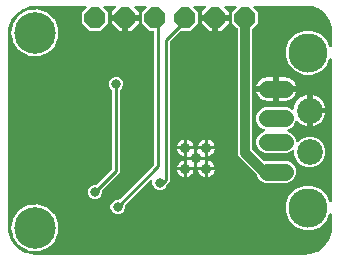
<source format=gbr>
G04 EAGLE Gerber RS-274X export*
G75*
%MOMM*%
%FSLAX34Y34*%
%LPD*%
%INBottom Copper*%
%IPPOS*%
%AMOC8*
5,1,8,0,0,1.08239X$1,22.5*%
G01*
%ADD10C,0.908000*%
%ADD11C,3.516000*%
%ADD12C,2.184400*%
%ADD13C,1.458000*%
%ADD14C,3.316000*%
%ADD15P,1.924489X8X112.500000*%
%ADD16C,0.800100*%
%ADD17C,0.254000*%
%ADD18C,0.812800*%

G36*
X254022Y2543D02*
X254022Y2543D01*
X254100Y2545D01*
X257477Y2810D01*
X257545Y2824D01*
X257614Y2829D01*
X257770Y2869D01*
X264194Y4956D01*
X264301Y5006D01*
X264412Y5050D01*
X264463Y5083D01*
X264482Y5091D01*
X264497Y5104D01*
X264548Y5136D01*
X270012Y9107D01*
X270099Y9188D01*
X270146Y9227D01*
X270152Y9231D01*
X270153Y9232D01*
X270191Y9264D01*
X270229Y9310D01*
X270244Y9324D01*
X270255Y9342D01*
X270293Y9388D01*
X274264Y14852D01*
X274321Y14956D01*
X274385Y15056D01*
X274407Y15113D01*
X274417Y15131D01*
X274422Y15151D01*
X274444Y15206D01*
X276531Y21630D01*
X276544Y21698D01*
X276567Y21764D01*
X276590Y21923D01*
X276855Y25300D01*
X276855Y25304D01*
X276856Y25307D01*
X276855Y25326D01*
X276859Y25400D01*
X276859Y36287D01*
X276851Y36356D01*
X276852Y36426D01*
X276831Y36513D01*
X276819Y36602D01*
X276794Y36667D01*
X276777Y36735D01*
X276735Y36814D01*
X276702Y36898D01*
X276661Y36954D01*
X276629Y37016D01*
X276568Y37083D01*
X276516Y37155D01*
X276462Y37200D01*
X276415Y37251D01*
X276340Y37301D01*
X276271Y37358D01*
X276207Y37388D01*
X276149Y37426D01*
X276064Y37455D01*
X275983Y37494D01*
X275914Y37507D01*
X275848Y37529D01*
X275759Y37537D01*
X275671Y37553D01*
X275601Y37549D01*
X275531Y37555D01*
X275443Y37539D01*
X275353Y37534D01*
X275287Y37512D01*
X275218Y37500D01*
X275136Y37463D01*
X275051Y37436D01*
X274992Y37398D01*
X274928Y37370D01*
X274858Y37314D01*
X274782Y37265D01*
X274734Y37215D01*
X274680Y37171D01*
X274625Y37099D01*
X274564Y37034D01*
X274530Y36973D01*
X274488Y36917D01*
X274417Y36772D01*
X272319Y31707D01*
X267083Y26471D01*
X260242Y23637D01*
X252838Y23637D01*
X245997Y26471D01*
X240761Y31707D01*
X237927Y38548D01*
X237927Y45952D01*
X240761Y52793D01*
X245997Y58029D01*
X252838Y60863D01*
X260242Y60863D01*
X267083Y58029D01*
X272319Y52793D01*
X274417Y47728D01*
X274428Y47709D01*
X274433Y47694D01*
X274455Y47659D01*
X274478Y47602D01*
X274530Y47529D01*
X274575Y47451D01*
X274623Y47401D01*
X274664Y47345D01*
X274734Y47287D01*
X274796Y47223D01*
X274856Y47186D01*
X274909Y47142D01*
X274991Y47104D01*
X275067Y47057D01*
X275134Y47036D01*
X275197Y47006D01*
X275285Y46989D01*
X275371Y46963D01*
X275441Y46960D01*
X275510Y46947D01*
X275599Y46952D01*
X275689Y46948D01*
X275757Y46962D01*
X275827Y46966D01*
X275912Y46994D01*
X276000Y47012D01*
X276063Y47043D01*
X276129Y47064D01*
X276205Y47112D01*
X276286Y47152D01*
X276339Y47197D01*
X276398Y47235D01*
X276460Y47300D01*
X276528Y47358D01*
X276568Y47415D01*
X276616Y47466D01*
X276659Y47545D01*
X276711Y47618D01*
X276736Y47684D01*
X276770Y47745D01*
X276791Y47829D01*
X276797Y47841D01*
X276798Y47848D01*
X276824Y47916D01*
X276832Y47985D01*
X276849Y48053D01*
X276855Y48143D01*
X276857Y48153D01*
X276856Y48163D01*
X276859Y48213D01*
X276859Y167687D01*
X276851Y167756D01*
X276852Y167826D01*
X276831Y167913D01*
X276819Y168002D01*
X276794Y168067D01*
X276777Y168135D01*
X276735Y168214D01*
X276702Y168298D01*
X276661Y168354D01*
X276629Y168416D01*
X276568Y168483D01*
X276516Y168555D01*
X276462Y168600D01*
X276415Y168651D01*
X276340Y168701D01*
X276271Y168758D01*
X276207Y168788D01*
X276149Y168826D01*
X276064Y168855D01*
X275983Y168894D01*
X275914Y168907D01*
X275848Y168929D01*
X275759Y168937D01*
X275671Y168953D01*
X275601Y168949D01*
X275531Y168955D01*
X275443Y168939D01*
X275353Y168934D01*
X275287Y168912D01*
X275218Y168900D01*
X275136Y168863D01*
X275051Y168836D01*
X274992Y168798D01*
X274928Y168770D01*
X274858Y168714D01*
X274782Y168665D01*
X274734Y168615D01*
X274680Y168571D01*
X274625Y168499D01*
X274564Y168434D01*
X274530Y168373D01*
X274488Y168317D01*
X274417Y168172D01*
X272319Y163107D01*
X267083Y157871D01*
X260242Y155037D01*
X252838Y155037D01*
X245997Y157871D01*
X240761Y163107D01*
X237927Y169948D01*
X237927Y177352D01*
X240761Y184193D01*
X245997Y189429D01*
X252838Y192263D01*
X260242Y192263D01*
X267083Y189429D01*
X272319Y184193D01*
X274417Y179128D01*
X274452Y179067D01*
X274478Y179002D01*
X274530Y178929D01*
X274575Y178851D01*
X274623Y178801D01*
X274664Y178745D01*
X274734Y178687D01*
X274796Y178623D01*
X274856Y178586D01*
X274909Y178542D01*
X274991Y178504D01*
X275067Y178457D01*
X275134Y178436D01*
X275197Y178406D01*
X275285Y178389D01*
X275371Y178363D01*
X275441Y178360D01*
X275510Y178347D01*
X275599Y178352D01*
X275689Y178348D01*
X275757Y178362D01*
X275827Y178366D01*
X275912Y178394D01*
X276000Y178412D01*
X276063Y178443D01*
X276129Y178464D01*
X276205Y178512D01*
X276286Y178552D01*
X276339Y178597D01*
X276398Y178635D01*
X276460Y178700D01*
X276528Y178758D01*
X276568Y178815D01*
X276616Y178866D01*
X276659Y178945D01*
X276711Y179018D01*
X276736Y179084D01*
X276770Y179145D01*
X276792Y179231D01*
X276824Y179316D01*
X276832Y179385D01*
X276849Y179453D01*
X276859Y179613D01*
X276859Y189100D01*
X276853Y189147D01*
X276856Y189195D01*
X276833Y189304D01*
X276819Y189415D01*
X276802Y189460D01*
X276792Y189507D01*
X276774Y189545D01*
X276855Y190552D01*
X276854Y190573D01*
X276859Y190654D01*
X276859Y191911D01*
X276864Y191930D01*
X276871Y192034D01*
X276874Y192053D01*
X276873Y192065D01*
X276875Y192091D01*
X276879Y193906D01*
X276871Y193975D01*
X276872Y194044D01*
X276845Y194202D01*
X275416Y200218D01*
X275374Y200329D01*
X275339Y200443D01*
X275311Y200496D01*
X275304Y200516D01*
X275292Y200532D01*
X275264Y200585D01*
X272046Y205865D01*
X271972Y205957D01*
X271904Y206055D01*
X271861Y206097D01*
X271848Y206113D01*
X271832Y206125D01*
X271789Y206167D01*
X267097Y210194D01*
X266998Y210259D01*
X266903Y210331D01*
X266849Y210358D01*
X266832Y210369D01*
X266812Y210376D01*
X266759Y210402D01*
X261052Y212782D01*
X260986Y212800D01*
X260922Y212828D01*
X260765Y212863D01*
X257781Y213343D01*
X257760Y213344D01*
X257740Y213349D01*
X257580Y213359D01*
X211552Y213359D01*
X211414Y213342D01*
X211276Y213329D01*
X211257Y213322D01*
X211236Y213319D01*
X211107Y213268D01*
X210976Y213221D01*
X210960Y213210D01*
X210941Y213202D01*
X210828Y213121D01*
X210713Y213043D01*
X210700Y213027D01*
X210683Y213016D01*
X210595Y212908D01*
X210503Y212804D01*
X210494Y212786D01*
X210481Y212771D01*
X210421Y212644D01*
X210358Y212521D01*
X210354Y212501D01*
X210345Y212483D01*
X210319Y212347D01*
X210289Y212211D01*
X210289Y212190D01*
X210285Y212171D01*
X210294Y212032D01*
X210298Y211893D01*
X210304Y211873D01*
X210305Y211853D01*
X210348Y211721D01*
X210387Y211587D01*
X210397Y211570D01*
X210403Y211551D01*
X210478Y211433D01*
X210548Y211313D01*
X210567Y211292D01*
X210573Y211282D01*
X210588Y211268D01*
X210655Y211193D01*
X214123Y207724D01*
X214123Y198676D01*
X209668Y194221D01*
X209608Y194143D01*
X209540Y194071D01*
X209511Y194018D01*
X209474Y193970D01*
X209434Y193879D01*
X209386Y193793D01*
X209371Y193734D01*
X209347Y193678D01*
X209332Y193580D01*
X209307Y193485D01*
X209301Y193385D01*
X209297Y193364D01*
X209299Y193352D01*
X209297Y193324D01*
X209297Y91951D01*
X209309Y91853D01*
X209312Y91754D01*
X209329Y91696D01*
X209337Y91636D01*
X209373Y91543D01*
X209401Y91448D01*
X209431Y91396D01*
X209454Y91340D01*
X209512Y91260D01*
X209562Y91174D01*
X209628Y91099D01*
X209640Y91083D01*
X209650Y91075D01*
X209668Y91054D01*
X218390Y82332D01*
X218414Y82314D01*
X218433Y82291D01*
X218539Y82216D01*
X218642Y82137D01*
X218669Y82125D01*
X218693Y82108D01*
X218814Y82062D01*
X218934Y82010D01*
X218963Y82006D01*
X218990Y81995D01*
X219119Y81981D01*
X219248Y81961D01*
X219277Y81963D01*
X219306Y81960D01*
X219435Y81978D01*
X219564Y81990D01*
X219592Y82000D01*
X219621Y82004D01*
X219774Y82057D01*
X220296Y82273D01*
X238584Y82273D01*
X242011Y80853D01*
X244633Y78231D01*
X246053Y74804D01*
X246053Y71096D01*
X244633Y67669D01*
X242011Y65047D01*
X238584Y63627D01*
X220296Y63627D01*
X216869Y65047D01*
X214247Y67669D01*
X213239Y70103D01*
X213234Y70111D01*
X213231Y70120D01*
X213155Y70249D01*
X213081Y70379D01*
X213075Y70386D01*
X213070Y70394D01*
X212963Y70515D01*
X198031Y85446D01*
X197103Y87687D01*
X197103Y193324D01*
X197091Y193422D01*
X197088Y193521D01*
X197071Y193579D01*
X197063Y193639D01*
X197027Y193732D01*
X196999Y193827D01*
X196969Y193879D01*
X196946Y193935D01*
X196888Y194015D01*
X196838Y194101D01*
X196772Y194176D01*
X196760Y194192D01*
X196750Y194200D01*
X196732Y194221D01*
X192277Y198676D01*
X192277Y207724D01*
X195745Y211193D01*
X195831Y211302D01*
X195919Y211409D01*
X195928Y211428D01*
X195940Y211444D01*
X195996Y211572D01*
X196055Y211697D01*
X196059Y211717D01*
X196067Y211736D01*
X196089Y211874D01*
X196115Y212010D01*
X196113Y212030D01*
X196117Y212050D01*
X196104Y212189D01*
X196095Y212327D01*
X196089Y212346D01*
X196087Y212366D01*
X196040Y212498D01*
X195997Y212629D01*
X195986Y212647D01*
X195979Y212666D01*
X195901Y212781D01*
X195827Y212898D01*
X195812Y212912D01*
X195801Y212929D01*
X195696Y213021D01*
X195595Y213116D01*
X195577Y213126D01*
X195562Y213139D01*
X195438Y213203D01*
X195317Y213270D01*
X195297Y213275D01*
X195279Y213284D01*
X195143Y213314D01*
X195009Y213349D01*
X194981Y213351D01*
X194969Y213354D01*
X194948Y213353D01*
X194848Y213359D01*
X186870Y213359D01*
X186733Y213342D01*
X186594Y213329D01*
X186575Y213322D01*
X186555Y213319D01*
X186426Y213268D01*
X186295Y213221D01*
X186278Y213210D01*
X186259Y213202D01*
X186147Y213121D01*
X186032Y213043D01*
X186018Y213027D01*
X186002Y213016D01*
X185913Y212908D01*
X185821Y212804D01*
X185812Y212786D01*
X185799Y212771D01*
X185740Y212644D01*
X185677Y212521D01*
X185672Y212501D01*
X185664Y212483D01*
X185637Y212347D01*
X185607Y212211D01*
X185608Y212190D01*
X185604Y212171D01*
X185612Y212032D01*
X185617Y211893D01*
X185622Y211873D01*
X185623Y211853D01*
X185666Y211721D01*
X185705Y211587D01*
X185715Y211570D01*
X185722Y211551D01*
X185796Y211433D01*
X185867Y211313D01*
X185885Y211292D01*
X185892Y211282D01*
X185907Y211268D01*
X185973Y211193D01*
X189231Y207935D01*
X189231Y205739D01*
X179070Y205739D01*
X178952Y205724D01*
X178833Y205717D01*
X178795Y205704D01*
X178755Y205699D01*
X178644Y205656D01*
X178531Y205619D01*
X178497Y205597D01*
X178459Y205582D01*
X178363Y205512D01*
X178262Y205449D01*
X178234Y205419D01*
X178202Y205395D01*
X178126Y205304D01*
X178044Y205217D01*
X178025Y205182D01*
X177999Y205151D01*
X177948Y205043D01*
X177891Y204939D01*
X177880Y204899D01*
X177863Y204863D01*
X177841Y204746D01*
X177811Y204631D01*
X177807Y204570D01*
X177803Y204550D01*
X177805Y204530D01*
X177801Y204470D01*
X177801Y203199D01*
X177799Y203199D01*
X177799Y204470D01*
X177784Y204588D01*
X177777Y204707D01*
X177764Y204745D01*
X177759Y204785D01*
X177715Y204896D01*
X177679Y205009D01*
X177657Y205044D01*
X177642Y205081D01*
X177572Y205177D01*
X177509Y205278D01*
X177479Y205306D01*
X177455Y205339D01*
X177364Y205414D01*
X177277Y205496D01*
X177242Y205516D01*
X177210Y205541D01*
X177103Y205592D01*
X176998Y205650D01*
X176959Y205660D01*
X176923Y205677D01*
X176806Y205699D01*
X176691Y205729D01*
X176630Y205733D01*
X176610Y205737D01*
X176590Y205735D01*
X176530Y205739D01*
X166369Y205739D01*
X166369Y207935D01*
X169627Y211193D01*
X169712Y211302D01*
X169801Y211409D01*
X169810Y211428D01*
X169822Y211444D01*
X169877Y211572D01*
X169936Y211697D01*
X169940Y211717D01*
X169948Y211736D01*
X169970Y211874D01*
X169996Y212010D01*
X169995Y212030D01*
X169998Y212050D01*
X169985Y212189D01*
X169977Y212327D01*
X169970Y212346D01*
X169968Y212366D01*
X169921Y212498D01*
X169878Y212629D01*
X169868Y212647D01*
X169861Y212666D01*
X169783Y212781D01*
X169708Y212898D01*
X169694Y212912D01*
X169682Y212929D01*
X169578Y213021D01*
X169477Y213116D01*
X169459Y213126D01*
X169444Y213139D01*
X169320Y213203D01*
X169198Y213270D01*
X169179Y213275D01*
X169161Y213284D01*
X169025Y213314D01*
X168890Y213349D01*
X168862Y213351D01*
X168850Y213354D01*
X168830Y213353D01*
X168730Y213359D01*
X160752Y213359D01*
X160614Y213342D01*
X160476Y213329D01*
X160457Y213322D01*
X160436Y213319D01*
X160307Y213268D01*
X160176Y213221D01*
X160160Y213210D01*
X160141Y213202D01*
X160028Y213121D01*
X159913Y213043D01*
X159900Y213027D01*
X159883Y213016D01*
X159795Y212908D01*
X159703Y212804D01*
X159694Y212786D01*
X159681Y212771D01*
X159621Y212644D01*
X159558Y212521D01*
X159554Y212501D01*
X159545Y212483D01*
X159519Y212347D01*
X159489Y212211D01*
X159489Y212190D01*
X159485Y212171D01*
X159494Y212032D01*
X159498Y211893D01*
X159504Y211873D01*
X159505Y211853D01*
X159548Y211721D01*
X159587Y211587D01*
X159597Y211570D01*
X159603Y211551D01*
X159678Y211433D01*
X159748Y211313D01*
X159767Y211292D01*
X159773Y211282D01*
X159788Y211268D01*
X159855Y211193D01*
X163323Y207724D01*
X163323Y198676D01*
X156924Y192277D01*
X149214Y192277D01*
X149116Y192265D01*
X149017Y192262D01*
X148958Y192245D01*
X148898Y192237D01*
X148806Y192201D01*
X148711Y192173D01*
X148659Y192143D01*
X148603Y192120D01*
X148523Y192062D01*
X148437Y192012D01*
X148362Y191946D01*
X148345Y191934D01*
X148337Y191924D01*
X148316Y191906D01*
X139564Y183154D01*
X139504Y183075D01*
X139436Y183003D01*
X139407Y182950D01*
X139370Y182902D01*
X139330Y182811D01*
X139282Y182725D01*
X139267Y182666D01*
X139243Y182611D01*
X139228Y182513D01*
X139203Y182417D01*
X139197Y182317D01*
X139193Y182296D01*
X139195Y182284D01*
X139193Y182256D01*
X139193Y64672D01*
X137038Y62517D01*
X137032Y62510D01*
X137025Y62504D01*
X136935Y62384D01*
X136843Y62266D01*
X136839Y62257D01*
X136833Y62250D01*
X136763Y62105D01*
X135925Y60082D01*
X134228Y58385D01*
X132010Y57467D01*
X129610Y57467D01*
X127392Y58385D01*
X125695Y60082D01*
X124777Y62300D01*
X124777Y64803D01*
X124778Y64805D01*
X124779Y64876D01*
X124790Y64945D01*
X124781Y65034D01*
X124783Y65123D01*
X124767Y65192D01*
X124760Y65262D01*
X124730Y65346D01*
X124709Y65433D01*
X124676Y65495D01*
X124652Y65561D01*
X124602Y65635D01*
X124560Y65714D01*
X124513Y65766D01*
X124474Y65824D01*
X124407Y65883D01*
X124347Y65949D01*
X124288Y65988D01*
X124235Y66035D01*
X124156Y66075D01*
X124081Y66124D01*
X124015Y66147D01*
X123952Y66179D01*
X123865Y66199D01*
X123780Y66228D01*
X123710Y66233D01*
X123642Y66249D01*
X123552Y66246D01*
X123463Y66253D01*
X123394Y66241D01*
X123324Y66239D01*
X123238Y66214D01*
X123150Y66199D01*
X123086Y66170D01*
X123018Y66151D01*
X122941Y66105D01*
X122860Y66069D01*
X122805Y66025D01*
X122744Y65989D01*
X122624Y65883D01*
X101655Y44914D01*
X101594Y44836D01*
X101526Y44764D01*
X101497Y44711D01*
X101460Y44663D01*
X101421Y44572D01*
X101373Y44485D01*
X101358Y44427D01*
X101334Y44371D01*
X101318Y44273D01*
X101293Y44177D01*
X101287Y44077D01*
X101284Y44057D01*
X101285Y44045D01*
X101283Y44017D01*
X101283Y41980D01*
X100365Y39762D01*
X98668Y38065D01*
X96450Y37147D01*
X94050Y37147D01*
X91832Y38065D01*
X90135Y39762D01*
X89217Y41980D01*
X89217Y44380D01*
X90135Y46598D01*
X91832Y48295D01*
X94050Y49213D01*
X96087Y49213D01*
X96185Y49226D01*
X96284Y49229D01*
X96342Y49245D01*
X96402Y49253D01*
X96494Y49290D01*
X96589Y49317D01*
X96642Y49348D01*
X96698Y49370D01*
X96778Y49428D01*
X96863Y49479D01*
X96939Y49545D01*
X96955Y49557D01*
X96963Y49566D01*
X96984Y49585D01*
X125866Y78466D01*
X125926Y78545D01*
X125994Y78617D01*
X126023Y78670D01*
X126060Y78718D01*
X126100Y78809D01*
X126148Y78895D01*
X126163Y78954D01*
X126187Y79009D01*
X126202Y79107D01*
X126227Y79203D01*
X126233Y79303D01*
X126237Y79324D01*
X126235Y79336D01*
X126237Y79364D01*
X126237Y191008D01*
X126222Y191126D01*
X126215Y191245D01*
X126202Y191283D01*
X126197Y191324D01*
X126154Y191434D01*
X126117Y191547D01*
X126095Y191582D01*
X126080Y191619D01*
X126011Y191715D01*
X125947Y191816D01*
X125917Y191844D01*
X125894Y191877D01*
X125802Y191953D01*
X125715Y192034D01*
X125680Y192054D01*
X125649Y192079D01*
X125541Y192130D01*
X125437Y192188D01*
X125397Y192198D01*
X125361Y192215D01*
X125244Y192237D01*
X125129Y192267D01*
X125069Y192271D01*
X125049Y192275D01*
X125028Y192273D01*
X124968Y192277D01*
X122476Y192277D01*
X116077Y198676D01*
X116077Y207724D01*
X119545Y211193D01*
X119631Y211302D01*
X119719Y211409D01*
X119728Y211428D01*
X119740Y211444D01*
X119796Y211572D01*
X119855Y211697D01*
X119859Y211717D01*
X119867Y211736D01*
X119889Y211874D01*
X119915Y212010D01*
X119913Y212030D01*
X119917Y212050D01*
X119904Y212189D01*
X119895Y212327D01*
X119889Y212346D01*
X119887Y212366D01*
X119840Y212498D01*
X119797Y212629D01*
X119786Y212647D01*
X119779Y212666D01*
X119701Y212781D01*
X119627Y212898D01*
X119612Y212912D01*
X119601Y212929D01*
X119496Y213021D01*
X119395Y213116D01*
X119377Y213126D01*
X119362Y213139D01*
X119238Y213203D01*
X119117Y213270D01*
X119097Y213275D01*
X119079Y213284D01*
X118943Y213314D01*
X118809Y213349D01*
X118781Y213351D01*
X118769Y213354D01*
X118748Y213353D01*
X118648Y213359D01*
X110670Y213359D01*
X110533Y213342D01*
X110394Y213329D01*
X110375Y213322D01*
X110355Y213319D01*
X110226Y213268D01*
X110095Y213221D01*
X110078Y213210D01*
X110059Y213202D01*
X109947Y213121D01*
X109832Y213043D01*
X109818Y213027D01*
X109802Y213016D01*
X109713Y212908D01*
X109621Y212804D01*
X109612Y212786D01*
X109599Y212771D01*
X109540Y212644D01*
X109477Y212521D01*
X109472Y212501D01*
X109464Y212483D01*
X109437Y212347D01*
X109407Y212211D01*
X109408Y212190D01*
X109404Y212171D01*
X109412Y212032D01*
X109417Y211893D01*
X109422Y211873D01*
X109423Y211853D01*
X109466Y211721D01*
X109505Y211587D01*
X109515Y211570D01*
X109522Y211551D01*
X109596Y211433D01*
X109667Y211313D01*
X109685Y211292D01*
X109692Y211282D01*
X109707Y211268D01*
X109773Y211193D01*
X113031Y207935D01*
X113031Y205739D01*
X102870Y205739D01*
X102752Y205724D01*
X102633Y205717D01*
X102595Y205704D01*
X102555Y205699D01*
X102444Y205656D01*
X102331Y205619D01*
X102297Y205597D01*
X102259Y205582D01*
X102163Y205512D01*
X102062Y205449D01*
X102034Y205419D01*
X102002Y205395D01*
X101926Y205304D01*
X101844Y205217D01*
X101825Y205182D01*
X101799Y205151D01*
X101748Y205043D01*
X101691Y204939D01*
X101680Y204899D01*
X101663Y204863D01*
X101641Y204746D01*
X101611Y204631D01*
X101607Y204570D01*
X101603Y204550D01*
X101605Y204530D01*
X101601Y204470D01*
X101601Y203199D01*
X101599Y203199D01*
X101599Y204470D01*
X101584Y204588D01*
X101577Y204707D01*
X101564Y204745D01*
X101559Y204785D01*
X101515Y204896D01*
X101479Y205009D01*
X101457Y205044D01*
X101442Y205081D01*
X101372Y205177D01*
X101309Y205278D01*
X101279Y205306D01*
X101255Y205339D01*
X101164Y205414D01*
X101077Y205496D01*
X101042Y205516D01*
X101010Y205541D01*
X100903Y205592D01*
X100798Y205650D01*
X100759Y205660D01*
X100723Y205677D01*
X100606Y205699D01*
X100491Y205729D01*
X100430Y205733D01*
X100410Y205737D01*
X100390Y205735D01*
X100330Y205739D01*
X90169Y205739D01*
X90169Y207935D01*
X93427Y211193D01*
X93512Y211302D01*
X93601Y211409D01*
X93610Y211428D01*
X93622Y211444D01*
X93677Y211572D01*
X93736Y211697D01*
X93740Y211717D01*
X93748Y211736D01*
X93770Y211874D01*
X93796Y212010D01*
X93795Y212030D01*
X93798Y212050D01*
X93785Y212189D01*
X93777Y212327D01*
X93770Y212346D01*
X93768Y212366D01*
X93721Y212498D01*
X93678Y212629D01*
X93668Y212647D01*
X93661Y212666D01*
X93583Y212781D01*
X93508Y212898D01*
X93494Y212912D01*
X93482Y212929D01*
X93378Y213021D01*
X93277Y213116D01*
X93259Y213126D01*
X93244Y213139D01*
X93120Y213203D01*
X92998Y213270D01*
X92979Y213275D01*
X92961Y213284D01*
X92825Y213314D01*
X92690Y213349D01*
X92662Y213351D01*
X92650Y213354D01*
X92630Y213353D01*
X92530Y213359D01*
X84552Y213359D01*
X84414Y213342D01*
X84276Y213329D01*
X84257Y213322D01*
X84236Y213319D01*
X84107Y213268D01*
X83976Y213221D01*
X83960Y213210D01*
X83941Y213202D01*
X83828Y213121D01*
X83713Y213043D01*
X83700Y213027D01*
X83683Y213016D01*
X83595Y212908D01*
X83503Y212804D01*
X83494Y212786D01*
X83481Y212771D01*
X83421Y212644D01*
X83358Y212521D01*
X83354Y212501D01*
X83345Y212483D01*
X83319Y212347D01*
X83289Y212211D01*
X83289Y212190D01*
X83285Y212171D01*
X83294Y212032D01*
X83298Y211893D01*
X83304Y211873D01*
X83305Y211853D01*
X83348Y211721D01*
X83387Y211587D01*
X83397Y211570D01*
X83403Y211551D01*
X83478Y211433D01*
X83548Y211313D01*
X83567Y211292D01*
X83573Y211282D01*
X83588Y211268D01*
X83655Y211193D01*
X87123Y207724D01*
X87123Y198676D01*
X80724Y192277D01*
X71676Y192277D01*
X65277Y198676D01*
X65277Y207724D01*
X68745Y211193D01*
X68831Y211302D01*
X68919Y211409D01*
X68928Y211428D01*
X68940Y211444D01*
X68996Y211572D01*
X69055Y211697D01*
X69059Y211717D01*
X69067Y211736D01*
X69089Y211874D01*
X69115Y212010D01*
X69113Y212030D01*
X69117Y212050D01*
X69104Y212189D01*
X69095Y212327D01*
X69089Y212346D01*
X69087Y212366D01*
X69040Y212498D01*
X68997Y212629D01*
X68986Y212647D01*
X68979Y212666D01*
X68901Y212781D01*
X68827Y212898D01*
X68812Y212912D01*
X68801Y212929D01*
X68696Y213021D01*
X68595Y213116D01*
X68577Y213126D01*
X68562Y213139D01*
X68438Y213203D01*
X68317Y213270D01*
X68297Y213275D01*
X68279Y213284D01*
X68143Y213314D01*
X68009Y213349D01*
X67981Y213351D01*
X67969Y213354D01*
X67948Y213353D01*
X67848Y213359D01*
X25400Y213359D01*
X25378Y213357D01*
X25300Y213355D01*
X21923Y213090D01*
X21855Y213076D01*
X21786Y213071D01*
X21630Y213031D01*
X18892Y212141D01*
X18867Y212130D01*
X18841Y212124D01*
X18724Y212063D01*
X18604Y212006D01*
X18583Y211989D01*
X18560Y211977D01*
X18462Y211889D01*
X18445Y211888D01*
X18418Y211893D01*
X18286Y211885D01*
X18153Y211883D01*
X18127Y211875D01*
X18101Y211874D01*
X17945Y211834D01*
X15206Y210944D01*
X15099Y210894D01*
X14988Y210850D01*
X14937Y210817D01*
X14918Y210809D01*
X14903Y210796D01*
X14852Y210764D01*
X9388Y206793D01*
X9301Y206712D01*
X9209Y206636D01*
X9171Y206590D01*
X9156Y206576D01*
X9145Y206558D01*
X9107Y206512D01*
X5136Y201048D01*
X5079Y200944D01*
X5015Y200844D01*
X4993Y200787D01*
X4983Y200769D01*
X4978Y200749D01*
X4956Y200694D01*
X2869Y194270D01*
X2856Y194202D01*
X2833Y194136D01*
X2810Y193977D01*
X2545Y190600D01*
X2546Y190578D01*
X2541Y190500D01*
X2541Y25400D01*
X2543Y25378D01*
X2545Y25300D01*
X2810Y21923D01*
X2824Y21855D01*
X2829Y21786D01*
X2869Y21630D01*
X4956Y15206D01*
X5006Y15099D01*
X5050Y14988D01*
X5083Y14937D01*
X5091Y14918D01*
X5104Y14903D01*
X5136Y14852D01*
X9107Y9388D01*
X9127Y9366D01*
X9138Y9348D01*
X9184Y9305D01*
X9188Y9301D01*
X9264Y9209D01*
X9310Y9171D01*
X9324Y9156D01*
X9342Y9145D01*
X9388Y9107D01*
X14852Y5136D01*
X14956Y5079D01*
X15056Y5015D01*
X15113Y4993D01*
X15131Y4983D01*
X15151Y4978D01*
X15206Y4956D01*
X17945Y4066D01*
X17971Y4061D01*
X17996Y4051D01*
X18127Y4031D01*
X18257Y4006D01*
X18284Y4008D01*
X18310Y4004D01*
X18441Y4018D01*
X18455Y4008D01*
X18474Y3989D01*
X18585Y3918D01*
X18694Y3842D01*
X18719Y3832D01*
X18742Y3818D01*
X18892Y3759D01*
X21630Y2869D01*
X21698Y2856D01*
X21764Y2833D01*
X21923Y2810D01*
X25300Y2545D01*
X25322Y2546D01*
X25400Y2541D01*
X254000Y2541D01*
X254022Y2543D01*
G37*
%LPC*%
G36*
X255233Y76725D02*
X255233Y76725D01*
X250472Y78697D01*
X246827Y82342D01*
X244855Y87103D01*
X244855Y89827D01*
X244838Y89965D01*
X244825Y90103D01*
X244818Y90122D01*
X244815Y90142D01*
X244764Y90271D01*
X244717Y90402D01*
X244706Y90419D01*
X244698Y90438D01*
X244617Y90550D01*
X244539Y90665D01*
X244523Y90679D01*
X244512Y90695D01*
X244404Y90784D01*
X244300Y90876D01*
X244282Y90885D01*
X244267Y90898D01*
X244141Y90957D01*
X244017Y91021D01*
X243997Y91025D01*
X243979Y91034D01*
X243842Y91060D01*
X243707Y91090D01*
X243686Y91090D01*
X243667Y91093D01*
X243528Y91085D01*
X243389Y91081D01*
X243369Y91075D01*
X243349Y91074D01*
X243217Y91031D01*
X243083Y90992D01*
X243066Y90982D01*
X243047Y90976D01*
X242929Y90901D01*
X242809Y90831D01*
X242788Y90812D01*
X242778Y90805D01*
X242764Y90790D01*
X242689Y90724D01*
X242011Y90047D01*
X238584Y88627D01*
X220296Y88627D01*
X216869Y90047D01*
X214247Y92669D01*
X212827Y96096D01*
X212827Y99804D01*
X214247Y103231D01*
X216869Y105853D01*
X219100Y106777D01*
X219220Y106846D01*
X219343Y106911D01*
X219358Y106925D01*
X219376Y106935D01*
X219476Y107032D01*
X219579Y107125D01*
X219590Y107142D01*
X219604Y107156D01*
X219677Y107274D01*
X219753Y107391D01*
X219760Y107410D01*
X219771Y107427D01*
X219811Y107560D01*
X219857Y107692D01*
X219858Y107712D01*
X219864Y107731D01*
X219871Y107870D01*
X219882Y108009D01*
X219878Y108029D01*
X219879Y108049D01*
X219851Y108185D01*
X219827Y108322D01*
X219819Y108341D01*
X219815Y108360D01*
X219754Y108485D01*
X219697Y108612D01*
X219684Y108628D01*
X219675Y108646D01*
X219585Y108752D01*
X219498Y108860D01*
X219482Y108873D01*
X219469Y108888D01*
X219355Y108968D01*
X219244Y109052D01*
X219219Y109064D01*
X219209Y109071D01*
X219190Y109078D01*
X219100Y109123D01*
X216869Y110047D01*
X214247Y112669D01*
X212827Y116096D01*
X212827Y119804D01*
X214247Y123231D01*
X216869Y125853D01*
X220296Y127273D01*
X238584Y127273D01*
X242011Y125853D01*
X242282Y125582D01*
X242313Y125558D01*
X242340Y125528D01*
X242438Y125461D01*
X242533Y125387D01*
X242570Y125372D01*
X242603Y125349D01*
X242715Y125309D01*
X242825Y125261D01*
X242864Y125255D01*
X242902Y125241D01*
X243021Y125230D01*
X243139Y125211D01*
X243179Y125215D01*
X243218Y125211D01*
X243337Y125230D01*
X243456Y125241D01*
X243493Y125255D01*
X243533Y125261D01*
X243643Y125308D01*
X243755Y125349D01*
X243788Y125371D01*
X243825Y125387D01*
X243919Y125460D01*
X244018Y125527D01*
X244045Y125557D01*
X244076Y125581D01*
X244149Y125676D01*
X244229Y125766D01*
X244247Y125801D01*
X244271Y125833D01*
X244319Y125942D01*
X244373Y126049D01*
X244382Y126088D01*
X244398Y126124D01*
X244433Y126281D01*
X244679Y127833D01*
X245334Y129848D01*
X246296Y131736D01*
X247541Y133450D01*
X249040Y134949D01*
X250754Y136194D01*
X252642Y137156D01*
X254657Y137811D01*
X255311Y137915D01*
X255311Y125910D01*
X255326Y125792D01*
X255333Y125673D01*
X255345Y125635D01*
X255351Y125595D01*
X255394Y125484D01*
X255431Y125371D01*
X255453Y125337D01*
X255468Y125299D01*
X255537Y125203D01*
X255601Y125102D01*
X255631Y125074D01*
X255654Y125042D01*
X255746Y124966D01*
X255833Y124884D01*
X255868Y124865D01*
X255899Y124839D01*
X256007Y124788D01*
X256111Y124731D01*
X256151Y124721D01*
X256187Y124703D01*
X256294Y124683D01*
X256264Y124679D01*
X256154Y124635D01*
X256041Y124599D01*
X256006Y124577D01*
X255969Y124562D01*
X255872Y124492D01*
X255772Y124429D01*
X255744Y124399D01*
X255711Y124375D01*
X255635Y124284D01*
X255554Y124197D01*
X255534Y124162D01*
X255509Y124130D01*
X255458Y124023D01*
X255400Y123918D01*
X255390Y123879D01*
X255373Y123843D01*
X255351Y123726D01*
X255321Y123610D01*
X255317Y123550D01*
X255313Y123530D01*
X255315Y123510D01*
X255311Y123450D01*
X255311Y111445D01*
X254657Y111549D01*
X252642Y112204D01*
X250754Y113166D01*
X249040Y114411D01*
X247777Y115673D01*
X247738Y115704D01*
X247705Y115741D01*
X247613Y115801D01*
X247526Y115868D01*
X247480Y115888D01*
X247439Y115915D01*
X247335Y115951D01*
X247234Y115995D01*
X247185Y116002D01*
X247138Y116019D01*
X247029Y116027D01*
X246920Y116045D01*
X246871Y116040D01*
X246821Y116044D01*
X246713Y116025D01*
X246604Y116015D01*
X246557Y115998D01*
X246508Y115989D01*
X246408Y115944D01*
X246304Y115907D01*
X246263Y115879D01*
X246218Y115859D01*
X246132Y115790D01*
X246041Y115729D01*
X246008Y115691D01*
X245969Y115660D01*
X245903Y115572D01*
X245831Y115490D01*
X245808Y115446D01*
X245778Y115406D01*
X245707Y115262D01*
X244633Y112669D01*
X242011Y110047D01*
X239780Y109123D01*
X239660Y109054D01*
X239537Y108989D01*
X239522Y108975D01*
X239504Y108965D01*
X239404Y108868D01*
X239301Y108775D01*
X239290Y108758D01*
X239276Y108744D01*
X239203Y108625D01*
X239127Y108509D01*
X239120Y108490D01*
X239109Y108473D01*
X239069Y108340D01*
X239023Y108208D01*
X239022Y108188D01*
X239016Y108169D01*
X239009Y108030D01*
X238998Y107891D01*
X239002Y107871D01*
X239001Y107851D01*
X239029Y107715D01*
X239053Y107578D01*
X239061Y107559D01*
X239065Y107540D01*
X239126Y107414D01*
X239183Y107288D01*
X239196Y107272D01*
X239205Y107254D01*
X239295Y107148D01*
X239382Y107040D01*
X239398Y107027D01*
X239411Y107012D01*
X239525Y106932D01*
X239636Y106848D01*
X239661Y106836D01*
X239671Y106829D01*
X239690Y106822D01*
X239780Y106777D01*
X242011Y105853D01*
X244633Y103231D01*
X246053Y99804D01*
X246053Y99308D01*
X246070Y99170D01*
X246083Y99031D01*
X246090Y99012D01*
X246093Y98992D01*
X246144Y98863D01*
X246191Y98732D01*
X246202Y98715D01*
X246210Y98696D01*
X246291Y98584D01*
X246369Y98469D01*
X246385Y98456D01*
X246396Y98439D01*
X246504Y98350D01*
X246608Y98258D01*
X246626Y98249D01*
X246641Y98236D01*
X246767Y98177D01*
X246891Y98114D01*
X246911Y98109D01*
X246929Y98101D01*
X247065Y98075D01*
X247201Y98044D01*
X247222Y98045D01*
X247241Y98041D01*
X247380Y98050D01*
X247519Y98054D01*
X247539Y98060D01*
X247559Y98061D01*
X247691Y98104D01*
X247825Y98142D01*
X247842Y98153D01*
X247861Y98159D01*
X247979Y98233D01*
X248099Y98304D01*
X248120Y98322D01*
X248130Y98329D01*
X248144Y98344D01*
X248219Y98410D01*
X250472Y100663D01*
X255233Y102635D01*
X260387Y102635D01*
X265148Y100663D01*
X268793Y97018D01*
X270765Y92257D01*
X270765Y87103D01*
X268793Y82342D01*
X265148Y78697D01*
X260387Y76725D01*
X255233Y76725D01*
G37*
%LPD*%
%LPC*%
G36*
X23676Y5780D02*
X23676Y5780D01*
X23658Y5780D01*
X23543Y5787D01*
X21499Y5787D01*
X20951Y6014D01*
X20853Y6041D01*
X20757Y6077D01*
X20665Y6092D01*
X20644Y6098D01*
X20630Y6098D01*
X20598Y6104D01*
X19416Y6228D01*
X19390Y6227D01*
X19364Y6232D01*
X19231Y6224D01*
X19173Y6223D01*
X19147Y6250D01*
X19125Y6265D01*
X19106Y6283D01*
X18972Y6372D01*
X16215Y7964D01*
X16213Y7965D01*
X16210Y7967D01*
X16066Y8038D01*
X14290Y8773D01*
X13693Y9370D01*
X13626Y9422D01*
X13565Y9483D01*
X13451Y9558D01*
X13442Y9565D01*
X13438Y9567D01*
X13431Y9572D01*
X11929Y10439D01*
X10139Y12903D01*
X10126Y12917D01*
X10116Y12933D01*
X10009Y13054D01*
X8773Y14290D01*
X8357Y15296D01*
X8322Y15356D01*
X8297Y15420D01*
X8211Y15556D01*
X7008Y17211D01*
X6447Y19849D01*
X6436Y19883D01*
X6431Y19919D01*
X6379Y20071D01*
X5787Y21499D01*
X5787Y22822D01*
X5781Y22874D01*
X5783Y22926D01*
X5760Y23086D01*
X5268Y25400D01*
X5760Y27714D01*
X5764Y27767D01*
X5777Y27817D01*
X5787Y27978D01*
X5787Y29301D01*
X6379Y30729D01*
X6388Y30763D01*
X6404Y30795D01*
X6447Y30951D01*
X7008Y33589D01*
X8211Y35244D01*
X8244Y35305D01*
X8286Y35360D01*
X8357Y35504D01*
X8773Y36510D01*
X10009Y37746D01*
X10021Y37761D01*
X10036Y37773D01*
X10139Y37897D01*
X11929Y40361D01*
X13431Y41228D01*
X13499Y41280D01*
X13573Y41324D01*
X13675Y41414D01*
X13684Y41421D01*
X13687Y41424D01*
X13693Y41430D01*
X14290Y42027D01*
X16066Y42762D01*
X16068Y42764D01*
X16071Y42764D01*
X16215Y42836D01*
X19179Y44547D01*
X20598Y44696D01*
X20697Y44720D01*
X20799Y44734D01*
X20887Y44764D01*
X20908Y44769D01*
X20920Y44775D01*
X20951Y44786D01*
X21499Y45013D01*
X23543Y45013D01*
X23560Y45015D01*
X23676Y45020D01*
X27504Y45422D01*
X28573Y45075D01*
X28690Y45053D01*
X28805Y45023D01*
X28865Y45019D01*
X28885Y45015D01*
X28906Y45017D01*
X28965Y45013D01*
X29301Y45013D01*
X31209Y44223D01*
X31230Y44217D01*
X31303Y44188D01*
X35466Y42835D01*
X36078Y42285D01*
X36189Y42207D01*
X36297Y42126D01*
X36327Y42111D01*
X36339Y42103D01*
X36359Y42096D01*
X36441Y42055D01*
X36510Y42027D01*
X37805Y40732D01*
X37819Y40721D01*
X37853Y40686D01*
X41687Y37234D01*
X41900Y36756D01*
X41979Y36626D01*
X42250Y35971D01*
X42255Y35963D01*
X42263Y35941D01*
X45092Y29586D01*
X45092Y21214D01*
X42263Y14859D01*
X42260Y14849D01*
X42250Y14829D01*
X41994Y14211D01*
X41975Y14187D01*
X41970Y14179D01*
X41968Y14175D01*
X41963Y14164D01*
X41900Y14044D01*
X41687Y13566D01*
X37853Y10114D01*
X37841Y10100D01*
X37805Y10068D01*
X36510Y8773D01*
X36441Y8745D01*
X36324Y8678D01*
X36204Y8615D01*
X36177Y8594D01*
X36165Y8587D01*
X36149Y8572D01*
X36078Y8515D01*
X35466Y7965D01*
X31302Y6612D01*
X31283Y6603D01*
X31209Y6577D01*
X29301Y5787D01*
X28965Y5787D01*
X28847Y5772D01*
X28729Y5765D01*
X28670Y5750D01*
X28650Y5747D01*
X28631Y5740D01*
X28573Y5725D01*
X27504Y5378D01*
X23676Y5780D01*
G37*
%LPD*%
%LPC*%
G36*
X23676Y170880D02*
X23676Y170880D01*
X23658Y170880D01*
X23543Y170887D01*
X21499Y170887D01*
X20951Y171114D01*
X20853Y171141D01*
X20757Y171177D01*
X20665Y171192D01*
X20644Y171198D01*
X20630Y171198D01*
X20598Y171204D01*
X19179Y171353D01*
X16215Y173064D01*
X16213Y173065D01*
X16210Y173067D01*
X16066Y173138D01*
X14290Y173873D01*
X13693Y174470D01*
X13626Y174522D01*
X13565Y174583D01*
X13451Y174658D01*
X13442Y174665D01*
X13438Y174667D01*
X13431Y174672D01*
X11929Y175539D01*
X10139Y178003D01*
X10126Y178017D01*
X10116Y178033D01*
X10009Y178154D01*
X8773Y179390D01*
X8357Y180396D01*
X8322Y180456D01*
X8297Y180520D01*
X8211Y180656D01*
X7008Y182311D01*
X6447Y184949D01*
X6436Y184983D01*
X6431Y185019D01*
X6379Y185171D01*
X5787Y186599D01*
X5787Y187922D01*
X5781Y187974D01*
X5783Y188026D01*
X5760Y188186D01*
X5268Y190500D01*
X5760Y192814D01*
X5764Y192867D01*
X5777Y192917D01*
X5787Y193078D01*
X5787Y194401D01*
X6379Y195829D01*
X6388Y195863D01*
X6404Y195895D01*
X6447Y196051D01*
X7008Y198689D01*
X8211Y200344D01*
X8244Y200405D01*
X8286Y200460D01*
X8357Y200604D01*
X8773Y201610D01*
X10009Y202846D01*
X10021Y202861D01*
X10036Y202873D01*
X10139Y202997D01*
X11929Y205461D01*
X13431Y206328D01*
X13499Y206380D01*
X13573Y206424D01*
X13675Y206514D01*
X13684Y206521D01*
X13687Y206524D01*
X13693Y206530D01*
X14290Y207127D01*
X16066Y207862D01*
X16068Y207864D01*
X16071Y207864D01*
X16215Y207936D01*
X18972Y209528D01*
X18993Y209544D01*
X19017Y209555D01*
X19119Y209640D01*
X19166Y209675D01*
X19203Y209668D01*
X19229Y209669D01*
X19256Y209665D01*
X19416Y209672D01*
X20598Y209796D01*
X20698Y209820D01*
X20799Y209834D01*
X20887Y209864D01*
X20908Y209869D01*
X20920Y209875D01*
X20951Y209886D01*
X21499Y210113D01*
X23543Y210113D01*
X23560Y210115D01*
X23676Y210120D01*
X27504Y210522D01*
X28573Y210175D01*
X28690Y210153D01*
X28805Y210123D01*
X28865Y210119D01*
X28885Y210115D01*
X28906Y210117D01*
X28965Y210113D01*
X29301Y210113D01*
X31209Y209323D01*
X31230Y209317D01*
X31303Y209288D01*
X35466Y207935D01*
X36078Y207385D01*
X36189Y207307D01*
X36297Y207226D01*
X36327Y207211D01*
X36339Y207203D01*
X36359Y207196D01*
X36441Y207155D01*
X36510Y207127D01*
X37805Y205832D01*
X37819Y205821D01*
X37853Y205786D01*
X41687Y202334D01*
X41900Y201856D01*
X41979Y201726D01*
X42250Y201071D01*
X42255Y201063D01*
X42263Y201041D01*
X45092Y194686D01*
X45092Y186314D01*
X42263Y179959D01*
X42260Y179949D01*
X42250Y179929D01*
X41994Y179311D01*
X41975Y179287D01*
X41970Y179279D01*
X41968Y179275D01*
X41963Y179264D01*
X41900Y179144D01*
X41687Y178666D01*
X37853Y175214D01*
X37841Y175200D01*
X37805Y175168D01*
X36510Y173873D01*
X36441Y173845D01*
X36324Y173778D01*
X36204Y173715D01*
X36177Y173694D01*
X36165Y173687D01*
X36149Y173672D01*
X36078Y173615D01*
X35466Y173065D01*
X31302Y171712D01*
X31283Y171703D01*
X31209Y171677D01*
X29301Y170887D01*
X28965Y170887D01*
X28847Y170872D01*
X28729Y170865D01*
X28670Y170850D01*
X28650Y170847D01*
X28631Y170840D01*
X28573Y170825D01*
X27504Y170478D01*
X23676Y170880D01*
G37*
%LPD*%
%LPC*%
G36*
X75000Y49847D02*
X75000Y49847D01*
X72782Y50765D01*
X71085Y52462D01*
X70167Y54680D01*
X70167Y57080D01*
X71085Y59298D01*
X72782Y60995D01*
X75000Y61913D01*
X77037Y61913D01*
X77135Y61926D01*
X77234Y61929D01*
X77292Y61945D01*
X77352Y61953D01*
X77444Y61990D01*
X77539Y62017D01*
X77592Y62048D01*
X77648Y62070D01*
X77728Y62128D01*
X77813Y62179D01*
X77889Y62245D01*
X77905Y62257D01*
X77913Y62266D01*
X77934Y62285D01*
X90306Y74656D01*
X90366Y74735D01*
X90434Y74807D01*
X90463Y74860D01*
X90500Y74908D01*
X90540Y74999D01*
X90588Y75085D01*
X90603Y75144D01*
X90627Y75199D01*
X90642Y75297D01*
X90667Y75393D01*
X90673Y75493D01*
X90677Y75514D01*
X90675Y75526D01*
X90677Y75554D01*
X90677Y141565D01*
X90665Y141663D01*
X90662Y141762D01*
X90645Y141820D01*
X90637Y141880D01*
X90601Y141972D01*
X90573Y142067D01*
X90543Y142120D01*
X90520Y142176D01*
X90462Y142256D01*
X90412Y142341D01*
X90346Y142417D01*
X90334Y142433D01*
X90324Y142441D01*
X90306Y142462D01*
X88865Y143902D01*
X87947Y146120D01*
X87947Y148520D01*
X88865Y150738D01*
X90562Y152435D01*
X92780Y153353D01*
X95180Y153353D01*
X97398Y152435D01*
X99095Y150738D01*
X100013Y148520D01*
X100013Y146120D01*
X99095Y143902D01*
X97654Y142462D01*
X97594Y142384D01*
X97526Y142312D01*
X97497Y142259D01*
X97460Y142211D01*
X97420Y142120D01*
X97372Y142033D01*
X97357Y141975D01*
X97333Y141919D01*
X97318Y141821D01*
X97293Y141725D01*
X97287Y141625D01*
X97283Y141605D01*
X97285Y141593D01*
X97283Y141565D01*
X97283Y72292D01*
X82605Y57614D01*
X82544Y57536D01*
X82476Y57464D01*
X82447Y57411D01*
X82410Y57363D01*
X82371Y57272D01*
X82323Y57185D01*
X82308Y57127D01*
X82284Y57071D01*
X82268Y56973D01*
X82243Y56877D01*
X82237Y56777D01*
X82234Y56757D01*
X82235Y56745D01*
X82233Y56717D01*
X82233Y54680D01*
X81315Y52462D01*
X79618Y50765D01*
X77400Y49847D01*
X75000Y49847D01*
G37*
%LPD*%
%LPC*%
G36*
X231814Y145324D02*
X231814Y145324D01*
X231814Y152781D01*
X237504Y152781D01*
X239032Y152539D01*
X240504Y152061D01*
X241883Y151358D01*
X243134Y150449D01*
X244229Y149354D01*
X245138Y148103D01*
X245841Y146724D01*
X246295Y145324D01*
X231814Y145324D01*
G37*
%LPD*%
%LPC*%
G36*
X212585Y145324D02*
X212585Y145324D01*
X213039Y146724D01*
X213742Y148103D01*
X214651Y149354D01*
X215746Y150449D01*
X216997Y151358D01*
X218376Y152061D01*
X219848Y152539D01*
X221376Y152781D01*
X227066Y152781D01*
X227066Y145324D01*
X212585Y145324D01*
G37*
%LPD*%
%LPC*%
G36*
X231814Y133119D02*
X231814Y133119D01*
X231814Y140576D01*
X246295Y140576D01*
X245841Y139176D01*
X245138Y137797D01*
X244229Y136546D01*
X243134Y135451D01*
X241883Y134542D01*
X240504Y133839D01*
X239032Y133361D01*
X237504Y133119D01*
X231814Y133119D01*
G37*
%LPD*%
%LPC*%
G36*
X221376Y133119D02*
X221376Y133119D01*
X219848Y133361D01*
X218376Y133839D01*
X216997Y134542D01*
X215746Y135451D01*
X214651Y136546D01*
X213742Y137797D01*
X213039Y139176D01*
X212585Y140576D01*
X227066Y140576D01*
X227066Y133119D01*
X221376Y133119D01*
G37*
%LPD*%
%LPC*%
G36*
X260309Y127179D02*
X260309Y127179D01*
X260309Y137915D01*
X260963Y137811D01*
X262978Y137156D01*
X264866Y136194D01*
X266580Y134949D01*
X268079Y133450D01*
X269324Y131736D01*
X270286Y129848D01*
X270941Y127833D01*
X271045Y127179D01*
X260309Y127179D01*
G37*
%LPD*%
%LPC*%
G36*
X260309Y122181D02*
X260309Y122181D01*
X271045Y122181D01*
X270941Y121527D01*
X270286Y119512D01*
X269324Y117624D01*
X268079Y115910D01*
X266580Y114411D01*
X264866Y113166D01*
X262978Y112204D01*
X260963Y111549D01*
X260309Y111445D01*
X260309Y122181D01*
G37*
%LPD*%
%LPC*%
G36*
X180339Y191769D02*
X180339Y191769D01*
X180339Y200661D01*
X189231Y200661D01*
X189231Y198465D01*
X182535Y191769D01*
X180339Y191769D01*
G37*
%LPD*%
%LPC*%
G36*
X104139Y191769D02*
X104139Y191769D01*
X104139Y200661D01*
X113031Y200661D01*
X113031Y198465D01*
X106335Y191769D01*
X104139Y191769D01*
G37*
%LPD*%
%LPC*%
G36*
X173065Y191769D02*
X173065Y191769D01*
X166369Y198465D01*
X166369Y200661D01*
X175261Y200661D01*
X175261Y191769D01*
X173065Y191769D01*
G37*
%LPD*%
%LPC*%
G36*
X96865Y191769D02*
X96865Y191769D01*
X90169Y198465D01*
X90169Y200661D01*
X99061Y200661D01*
X99061Y191769D01*
X96865Y191769D01*
G37*
%LPD*%
%LPC*%
G36*
X162699Y85549D02*
X162699Y85549D01*
X162699Y91524D01*
X162787Y91587D01*
X162888Y91651D01*
X162916Y91681D01*
X162949Y91704D01*
X163025Y91796D01*
X163106Y91883D01*
X163126Y91918D01*
X163151Y91949D01*
X163180Y92011D01*
X169161Y92011D01*
X169161Y86036D01*
X169073Y85973D01*
X168972Y85909D01*
X168944Y85879D01*
X168911Y85856D01*
X168835Y85764D01*
X168754Y85677D01*
X168734Y85642D01*
X168709Y85611D01*
X168680Y85549D01*
X162699Y85549D01*
G37*
%LPD*%
%LPC*%
G36*
X153699Y76549D02*
X153699Y76549D01*
X153699Y82524D01*
X153787Y82587D01*
X153888Y82651D01*
X153916Y82681D01*
X153949Y82704D01*
X154025Y82796D01*
X154106Y82883D01*
X154126Y82918D01*
X154151Y82949D01*
X154180Y83011D01*
X160161Y83011D01*
X160161Y77036D01*
X160073Y76973D01*
X159972Y76909D01*
X159944Y76879D01*
X159911Y76856D01*
X159835Y76764D01*
X159754Y76677D01*
X159734Y76642D01*
X159709Y76611D01*
X159680Y76549D01*
X153699Y76549D01*
G37*
%LPD*%
%LPC*%
G36*
X154186Y85549D02*
X154186Y85549D01*
X154123Y85637D01*
X154059Y85738D01*
X154029Y85766D01*
X154006Y85799D01*
X153914Y85875D01*
X153827Y85956D01*
X153792Y85976D01*
X153761Y86001D01*
X153699Y86030D01*
X153699Y92011D01*
X159674Y92011D01*
X159737Y91923D01*
X159801Y91822D01*
X159831Y91794D01*
X159854Y91761D01*
X159946Y91685D01*
X160033Y91604D01*
X160068Y91584D01*
X160099Y91559D01*
X160161Y91530D01*
X160161Y85549D01*
X154186Y85549D01*
G37*
%LPD*%
%LPC*%
G36*
X163186Y76549D02*
X163186Y76549D01*
X163123Y76637D01*
X163059Y76738D01*
X163029Y76766D01*
X163006Y76799D01*
X162914Y76875D01*
X162827Y76956D01*
X162792Y76976D01*
X162761Y77001D01*
X162699Y77030D01*
X162699Y83011D01*
X168674Y83011D01*
X168737Y82923D01*
X168801Y82822D01*
X168831Y82794D01*
X168854Y82761D01*
X168946Y82685D01*
X169033Y82604D01*
X169068Y82584D01*
X169099Y82559D01*
X169161Y82530D01*
X169161Y76549D01*
X163186Y76549D01*
G37*
%LPD*%
%LPC*%
G36*
X171699Y94549D02*
X171699Y94549D01*
X171699Y100247D01*
X172495Y100089D01*
X173784Y99555D01*
X174944Y98780D01*
X175930Y97794D01*
X176705Y96634D01*
X177239Y95345D01*
X177397Y94549D01*
X171699Y94549D01*
G37*
%LPD*%
%LPC*%
G36*
X153699Y94549D02*
X153699Y94549D01*
X153699Y100247D01*
X154495Y100089D01*
X155784Y99555D01*
X156944Y98780D01*
X157930Y97794D01*
X158705Y96634D01*
X159239Y95345D01*
X159397Y94549D01*
X153699Y94549D01*
G37*
%LPD*%
%LPC*%
G36*
X171699Y76549D02*
X171699Y76549D01*
X171699Y82247D01*
X172495Y82089D01*
X173784Y81555D01*
X174944Y80780D01*
X175930Y79794D01*
X176705Y78634D01*
X177239Y77345D01*
X177397Y76549D01*
X171699Y76549D01*
G37*
%LPD*%
%LPC*%
G36*
X171699Y74011D02*
X171699Y74011D01*
X177397Y74011D01*
X177239Y73215D01*
X176705Y71926D01*
X175930Y70766D01*
X174944Y69780D01*
X173784Y69005D01*
X172495Y68471D01*
X171699Y68313D01*
X171699Y74011D01*
G37*
%LPD*%
%LPC*%
G36*
X153699Y74011D02*
X153699Y74011D01*
X159397Y74011D01*
X159239Y73215D01*
X158705Y71926D01*
X157930Y70766D01*
X156944Y69780D01*
X155784Y69005D01*
X154495Y68471D01*
X153699Y68313D01*
X153699Y74011D01*
G37*
%LPD*%
%LPC*%
G36*
X145463Y94549D02*
X145463Y94549D01*
X145621Y95345D01*
X146155Y96634D01*
X146930Y97794D01*
X147916Y98780D01*
X149076Y99555D01*
X150365Y100089D01*
X151161Y100247D01*
X151161Y94549D01*
X145463Y94549D01*
G37*
%LPD*%
%LPC*%
G36*
X163463Y94549D02*
X163463Y94549D01*
X163621Y95345D01*
X164155Y96634D01*
X164930Y97794D01*
X165916Y98780D01*
X167076Y99555D01*
X168365Y100089D01*
X169161Y100247D01*
X169161Y94549D01*
X163463Y94549D01*
G37*
%LPD*%
%LPC*%
G36*
X171699Y92011D02*
X171699Y92011D01*
X177397Y92011D01*
X177239Y91215D01*
X176705Y89926D01*
X175930Y88766D01*
X174944Y87780D01*
X173784Y87005D01*
X172495Y86471D01*
X171699Y86313D01*
X171699Y92011D01*
G37*
%LPD*%
%LPC*%
G36*
X145463Y76549D02*
X145463Y76549D01*
X145621Y77345D01*
X146155Y78634D01*
X146930Y79794D01*
X147916Y80780D01*
X149076Y81555D01*
X150365Y82089D01*
X151161Y82247D01*
X151161Y76549D01*
X145463Y76549D01*
G37*
%LPD*%
%LPC*%
G36*
X168365Y68471D02*
X168365Y68471D01*
X167076Y69005D01*
X165916Y69780D01*
X164930Y70766D01*
X164155Y71926D01*
X163621Y73215D01*
X163463Y74011D01*
X169161Y74011D01*
X169161Y68313D01*
X168365Y68471D01*
G37*
%LPD*%
%LPC*%
G36*
X150365Y68471D02*
X150365Y68471D01*
X149076Y69005D01*
X147916Y69780D01*
X146930Y70766D01*
X146155Y71926D01*
X145621Y73215D01*
X145463Y74011D01*
X151161Y74011D01*
X151161Y68313D01*
X150365Y68471D01*
G37*
%LPD*%
%LPC*%
G36*
X150365Y86471D02*
X150365Y86471D01*
X149076Y87005D01*
X147916Y87780D01*
X146930Y88766D01*
X146155Y89926D01*
X145621Y91215D01*
X145463Y92011D01*
X151161Y92011D01*
X151161Y86313D01*
X150365Y86471D01*
G37*
%LPD*%
D10*
X161430Y84280D03*
X170430Y75280D03*
X152430Y75280D03*
X152430Y93280D03*
X170430Y93280D03*
D11*
X25400Y190500D03*
X25400Y25400D03*
D12*
X257810Y124680D03*
X257810Y89680D03*
D13*
X236730Y97950D02*
X222150Y97950D01*
X222150Y117950D02*
X236730Y117950D01*
X236730Y72950D02*
X222150Y72950D01*
X222150Y142950D02*
X236730Y142950D01*
D14*
X256540Y42250D03*
X256540Y173650D03*
D15*
X76200Y203200D03*
X101600Y203200D03*
X127000Y203200D03*
X152400Y203200D03*
X177800Y203200D03*
X203200Y203200D03*
D16*
X73660Y83820D03*
X181610Y26670D03*
X50800Y83820D03*
X62230Y83820D03*
X162560Y7620D03*
D17*
X7620Y43180D02*
X7620Y45720D01*
D16*
X205740Y26670D03*
D18*
X203200Y88900D02*
X203200Y203200D01*
X203200Y88900D02*
X219150Y72950D01*
X229440Y72950D01*
D16*
X76200Y55880D03*
X93980Y147320D03*
D17*
X93980Y73660D02*
X76200Y55880D01*
X93980Y73660D02*
X93980Y147320D01*
X127000Y201930D02*
X127000Y203200D01*
X127000Y201930D02*
X129540Y199390D01*
X129540Y77470D01*
X95250Y43180D01*
D16*
X95250Y43180D03*
D17*
X153670Y201930D02*
X152400Y203200D01*
X153670Y201930D02*
X135890Y184150D01*
X135890Y66040D01*
X133350Y63500D01*
X130810Y63500D01*
D16*
X130810Y63500D03*
M02*

</source>
